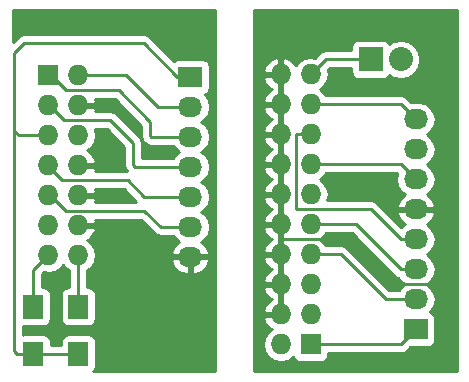
<source format=gbr>
G04 #@! TF.FileFunction,Copper,L1,Top,Signal*
%FSLAX46Y46*%
G04 Gerber Fmt 4.6, Leading zero omitted, Abs format (unit mm)*
G04 Created by KiCad (PCBNEW 4.0.6) date 02/20/18 13:27:19*
%MOMM*%
%LPD*%
G01*
G04 APERTURE LIST*
%ADD10C,0.100000*%
%ADD11R,1.727200X1.727200*%
%ADD12O,1.727200X1.727200*%
%ADD13R,2.032000X1.727200*%
%ADD14O,2.032000X1.727200*%
%ADD15R,1.700000X2.000000*%
%ADD16R,2.032000X2.032000*%
%ADD17O,2.032000X2.032000*%
%ADD18C,0.250000*%
%ADD19C,0.254000*%
G04 APERTURE END LIST*
D10*
D11*
X108730000Y-69220000D03*
D12*
X111270000Y-69220000D03*
X108730000Y-71760000D03*
X111270000Y-71760000D03*
X108730000Y-74300000D03*
X111270000Y-74300000D03*
X108730000Y-76840000D03*
X111270000Y-76840000D03*
X108730000Y-79380000D03*
X111270000Y-79380000D03*
X108730000Y-81920000D03*
X111270000Y-81920000D03*
X108730000Y-84460000D03*
X111270000Y-84460000D03*
D11*
X130936200Y-92009900D03*
D12*
X128396200Y-92009900D03*
X130936200Y-89469900D03*
X128396200Y-89469900D03*
X130936200Y-86929900D03*
X128396200Y-86929900D03*
X130936200Y-84389900D03*
X128396200Y-84389900D03*
X130936200Y-81849900D03*
X128396200Y-81849900D03*
X130936200Y-79309900D03*
X128396200Y-79309900D03*
X130936200Y-76769900D03*
X128396200Y-76769900D03*
X130936200Y-74229900D03*
X128396200Y-74229900D03*
X130936200Y-71689900D03*
X128396200Y-71689900D03*
X130936200Y-69149900D03*
X128396200Y-69149900D03*
D13*
X120744200Y-69357160D03*
D14*
X120744200Y-71897160D03*
X120744200Y-74437160D03*
X120744200Y-76977160D03*
X120744200Y-79517160D03*
X120744200Y-82057160D03*
X120744200Y-84597160D03*
D13*
X139826200Y-90739900D03*
D14*
X139826200Y-88199900D03*
X139826200Y-85659900D03*
X139826200Y-83119900D03*
X139826200Y-80579900D03*
X139826200Y-78039900D03*
X139826200Y-75499900D03*
X139826200Y-72959900D03*
D15*
X107460000Y-88810000D03*
X107460000Y-92810000D03*
X111270000Y-88810000D03*
X111270000Y-92810000D03*
D16*
X136016200Y-67879900D03*
D17*
X138556200Y-67879900D03*
D18*
X136016200Y-67879900D02*
X132206200Y-67879900D01*
X132206200Y-67879900D02*
X130936200Y-69149900D01*
X130936200Y-92009900D02*
X138556200Y-92009900D01*
X138556200Y-92009900D02*
X139826200Y-90739900D01*
X108730000Y-69220000D02*
X108928120Y-69220000D01*
X108928120Y-69220000D02*
X110210820Y-70502700D01*
X110210820Y-70502700D02*
X114681220Y-70502700D01*
X114681220Y-70502700D02*
X117363460Y-73184940D01*
X117363460Y-73184940D02*
X117363460Y-74386360D01*
X117363460Y-74386360D02*
X117414260Y-74437160D01*
X117414260Y-74437160D02*
X120744200Y-74437160D01*
X111270000Y-69220000D02*
X115298440Y-69220000D01*
X117975600Y-71897160D02*
X120744200Y-71897160D01*
X115298440Y-69220000D02*
X117975600Y-71897160D01*
X108730000Y-71760000D02*
X108813820Y-71760000D01*
X108813820Y-71760000D02*
X110071120Y-73017300D01*
X110071120Y-73017300D02*
X113982720Y-73017300D01*
X113982720Y-73017300D02*
X115910580Y-74945160D01*
X115910580Y-74945160D02*
X115910580Y-76817140D01*
X115910580Y-76817140D02*
X116070600Y-76977160D01*
X116070600Y-76977160D02*
X120744200Y-76977160D01*
X107460000Y-92810000D02*
X106050000Y-92810000D01*
X105824240Y-92584240D02*
X105824240Y-73911380D01*
X106050000Y-92810000D02*
X105824240Y-92584240D01*
X108730000Y-74300000D02*
X106212860Y-74300000D01*
X106212860Y-74300000D02*
X105824240Y-73911380D01*
X119654540Y-69357160D02*
X120744200Y-69357160D01*
X116804660Y-66507280D02*
X119654540Y-69357160D01*
X106690380Y-66507280D02*
X116804660Y-66507280D01*
X105824240Y-67373420D02*
X106690380Y-66507280D01*
X105824240Y-73911380D02*
X105824240Y-67373420D01*
X111270000Y-92810000D02*
X107460000Y-92810000D01*
X108730000Y-76840000D02*
X108730000Y-76928900D01*
X108730000Y-76928900D02*
X109903480Y-78102380D01*
X109903480Y-78102380D02*
X115435600Y-78102380D01*
X115435600Y-78102380D02*
X116850380Y-79517160D01*
X116850380Y-79517160D02*
X120744200Y-79517160D01*
X108730000Y-79380000D02*
X108890020Y-79380000D01*
X108890020Y-79380000D02*
X110182880Y-80672860D01*
X110182880Y-80672860D02*
X116860540Y-80672860D01*
X116860540Y-80672860D02*
X118244840Y-82057160D01*
X118244840Y-82057160D02*
X120744200Y-82057160D01*
X108730000Y-84460000D02*
X107460000Y-85730000D01*
X107460000Y-85730000D02*
X107460000Y-88810000D01*
X111270000Y-84460000D02*
X111270000Y-88810000D01*
X139826200Y-80579900D02*
X141096200Y-80579900D01*
X133476200Y-83119900D02*
X128396200Y-83119900D01*
X137286200Y-86929900D02*
X133476200Y-83119900D01*
X142366200Y-86929900D02*
X137286200Y-86929900D01*
X142366200Y-81849900D02*
X142366200Y-86929900D01*
X141096200Y-80579900D02*
X142366200Y-81849900D01*
X128396200Y-81849900D02*
X128396200Y-83119900D01*
X128396200Y-83119900D02*
X128396200Y-84389900D01*
X130936200Y-84389900D02*
X133476200Y-84389900D01*
X137286200Y-88199900D02*
X139826200Y-88199900D01*
X133476200Y-84389900D02*
X137286200Y-88199900D01*
X130936200Y-81849900D02*
X134746200Y-81849900D01*
X138556200Y-85659900D02*
X139826200Y-85659900D01*
X134746200Y-81849900D02*
X138556200Y-85659900D01*
X130936200Y-76769900D02*
X138556200Y-76769900D01*
X138556200Y-76769900D02*
X139826200Y-78039900D01*
X130936200Y-74229900D02*
X129666200Y-74229900D01*
X138556200Y-83119900D02*
X139826200Y-83119900D01*
X136016200Y-80579900D02*
X138556200Y-83119900D01*
X129666200Y-80579900D02*
X136016200Y-80579900D01*
X129666200Y-74229900D02*
X129666200Y-80579900D01*
X130936200Y-71689900D02*
X138556200Y-71689900D01*
X138556200Y-71689900D02*
X139826200Y-72959900D01*
D19*
G36*
X143290000Y-94290000D02*
X126127000Y-94290000D01*
X126127000Y-92009900D01*
X126868241Y-92009900D01*
X126982315Y-92583389D01*
X127307171Y-93069570D01*
X127793352Y-93394426D01*
X128366841Y-93508500D01*
X128425559Y-93508500D01*
X128999048Y-93394426D01*
X129464642Y-93083326D01*
X129469438Y-93108817D01*
X129608510Y-93324941D01*
X129820710Y-93469931D01*
X130072600Y-93520940D01*
X131799800Y-93520940D01*
X132035117Y-93476662D01*
X132251241Y-93337590D01*
X132396231Y-93125390D01*
X132447240Y-92873500D01*
X132447240Y-92769900D01*
X138556200Y-92769900D01*
X138847039Y-92712048D01*
X139093601Y-92547301D01*
X139389962Y-92250940D01*
X140842200Y-92250940D01*
X141077517Y-92206662D01*
X141293641Y-92067590D01*
X141438631Y-91855390D01*
X141489640Y-91603500D01*
X141489640Y-89876300D01*
X141445362Y-89640983D01*
X141306290Y-89424859D01*
X141094090Y-89279869D01*
X141052761Y-89271500D01*
X141070615Y-89259570D01*
X141395471Y-88773389D01*
X141509545Y-88199900D01*
X141395471Y-87626411D01*
X141070615Y-87140230D01*
X140755834Y-86929900D01*
X141070615Y-86719570D01*
X141395471Y-86233389D01*
X141509545Y-85659900D01*
X141395471Y-85086411D01*
X141070615Y-84600230D01*
X140755834Y-84389900D01*
X141070615Y-84179570D01*
X141395471Y-83693389D01*
X141509545Y-83119900D01*
X141395471Y-82546411D01*
X141070615Y-82060230D01*
X140761131Y-81853439D01*
X141176932Y-81481936D01*
X141430909Y-80954691D01*
X141433558Y-80938926D01*
X141312417Y-80706900D01*
X139953200Y-80706900D01*
X139953200Y-80726900D01*
X139699200Y-80726900D01*
X139699200Y-80706900D01*
X138339983Y-80706900D01*
X138218842Y-80938926D01*
X138221491Y-80954691D01*
X138475468Y-81481936D01*
X138891269Y-81853439D01*
X138581785Y-82060230D01*
X138577598Y-82066496D01*
X136553601Y-80042499D01*
X136307039Y-79877752D01*
X136016200Y-79819900D01*
X132362714Y-79819900D01*
X132464159Y-79309900D01*
X132350085Y-78736411D01*
X132025229Y-78250230D01*
X131710448Y-78039900D01*
X132025229Y-77829570D01*
X132225462Y-77529900D01*
X138241398Y-77529900D01*
X138243819Y-77532321D01*
X138142855Y-78039900D01*
X138256929Y-78613389D01*
X138581785Y-79099570D01*
X138891269Y-79306361D01*
X138475468Y-79677864D01*
X138221491Y-80205109D01*
X138218842Y-80220874D01*
X138339983Y-80452900D01*
X139699200Y-80452900D01*
X139699200Y-80432900D01*
X139953200Y-80432900D01*
X139953200Y-80452900D01*
X141312417Y-80452900D01*
X141433558Y-80220874D01*
X141430909Y-80205109D01*
X141176932Y-79677864D01*
X140761131Y-79306361D01*
X141070615Y-79099570D01*
X141395471Y-78613389D01*
X141509545Y-78039900D01*
X141395471Y-77466411D01*
X141070615Y-76980230D01*
X140755834Y-76769900D01*
X141070615Y-76559570D01*
X141395471Y-76073389D01*
X141509545Y-75499900D01*
X141395471Y-74926411D01*
X141070615Y-74440230D01*
X140755834Y-74229900D01*
X141070615Y-74019570D01*
X141395471Y-73533389D01*
X141509545Y-72959900D01*
X141395471Y-72386411D01*
X141070615Y-71900230D01*
X140584434Y-71575374D01*
X140010945Y-71461300D01*
X139641455Y-71461300D01*
X139442063Y-71500961D01*
X139093601Y-71152499D01*
X138847039Y-70987752D01*
X138556200Y-70929900D01*
X132225462Y-70929900D01*
X132025229Y-70630230D01*
X131710448Y-70419900D01*
X132025229Y-70209570D01*
X132350085Y-69723389D01*
X132464159Y-69149900D01*
X132388975Y-68771927D01*
X132521002Y-68639900D01*
X134352760Y-68639900D01*
X134352760Y-68895900D01*
X134397038Y-69131217D01*
X134536110Y-69347341D01*
X134748310Y-69492331D01*
X135000200Y-69543340D01*
X137032200Y-69543340D01*
X137267517Y-69499062D01*
X137483641Y-69359990D01*
X137585398Y-69211063D01*
X137924390Y-69437570D01*
X138556200Y-69563245D01*
X139188010Y-69437570D01*
X139723633Y-69079678D01*
X140081525Y-68544055D01*
X140207200Y-67912245D01*
X140207200Y-67847555D01*
X140081525Y-67215745D01*
X139723633Y-66680122D01*
X139188010Y-66322230D01*
X138556200Y-66196555D01*
X137924390Y-66322230D01*
X137584408Y-66549399D01*
X137496290Y-66412459D01*
X137284090Y-66267469D01*
X137032200Y-66216460D01*
X135000200Y-66216460D01*
X134764883Y-66260738D01*
X134548759Y-66399810D01*
X134403769Y-66612010D01*
X134352760Y-66863900D01*
X134352760Y-67119900D01*
X132206200Y-67119900D01*
X131915360Y-67177752D01*
X131668799Y-67342499D01*
X131294556Y-67716742D01*
X130965559Y-67651300D01*
X130906841Y-67651300D01*
X130333352Y-67765374D01*
X129847171Y-68090230D01*
X129666208Y-68361061D01*
X129284690Y-67943079D01*
X128755227Y-67694932D01*
X128523200Y-67815431D01*
X128523200Y-69022900D01*
X128543200Y-69022900D01*
X128543200Y-69276900D01*
X128523200Y-69276900D01*
X128523200Y-71562900D01*
X128543200Y-71562900D01*
X128543200Y-71816900D01*
X128523200Y-71816900D01*
X128523200Y-74102900D01*
X128543200Y-74102900D01*
X128543200Y-74356900D01*
X128523200Y-74356900D01*
X128523200Y-76642900D01*
X128543200Y-76642900D01*
X128543200Y-76896900D01*
X128523200Y-76896900D01*
X128523200Y-79182900D01*
X128543200Y-79182900D01*
X128543200Y-79436900D01*
X128523200Y-79436900D01*
X128523200Y-81722900D01*
X128543200Y-81722900D01*
X128543200Y-81976900D01*
X128523200Y-81976900D01*
X128523200Y-84262900D01*
X128543200Y-84262900D01*
X128543200Y-84516900D01*
X128523200Y-84516900D01*
X128523200Y-86802900D01*
X128543200Y-86802900D01*
X128543200Y-87056900D01*
X128523200Y-87056900D01*
X128523200Y-89342900D01*
X128543200Y-89342900D01*
X128543200Y-89596900D01*
X128523200Y-89596900D01*
X128523200Y-89616900D01*
X128269200Y-89616900D01*
X128269200Y-89596900D01*
X127062383Y-89596900D01*
X126941242Y-89828926D01*
X127113512Y-90244847D01*
X127507710Y-90676721D01*
X127630428Y-90734236D01*
X127307171Y-90950230D01*
X126982315Y-91436411D01*
X126868241Y-92009900D01*
X126127000Y-92009900D01*
X126127000Y-87288926D01*
X126941242Y-87288926D01*
X127113512Y-87704847D01*
X127507710Y-88136721D01*
X127642513Y-88199900D01*
X127507710Y-88263079D01*
X127113512Y-88694953D01*
X126941242Y-89110874D01*
X127062383Y-89342900D01*
X128269200Y-89342900D01*
X128269200Y-87056900D01*
X127062383Y-87056900D01*
X126941242Y-87288926D01*
X126127000Y-87288926D01*
X126127000Y-84748926D01*
X126941242Y-84748926D01*
X127113512Y-85164847D01*
X127507710Y-85596721D01*
X127642513Y-85659900D01*
X127507710Y-85723079D01*
X127113512Y-86154953D01*
X126941242Y-86570874D01*
X127062383Y-86802900D01*
X128269200Y-86802900D01*
X128269200Y-84516900D01*
X127062383Y-84516900D01*
X126941242Y-84748926D01*
X126127000Y-84748926D01*
X126127000Y-82208926D01*
X126941242Y-82208926D01*
X127113512Y-82624847D01*
X127507710Y-83056721D01*
X127642513Y-83119900D01*
X127507710Y-83183079D01*
X127113512Y-83614953D01*
X126941242Y-84030874D01*
X127062383Y-84262900D01*
X128269200Y-84262900D01*
X128269200Y-81976900D01*
X127062383Y-81976900D01*
X126941242Y-82208926D01*
X126127000Y-82208926D01*
X126127000Y-79668926D01*
X126941242Y-79668926D01*
X127113512Y-80084847D01*
X127507710Y-80516721D01*
X127642513Y-80579900D01*
X127507710Y-80643079D01*
X127113512Y-81074953D01*
X126941242Y-81490874D01*
X127062383Y-81722900D01*
X128269200Y-81722900D01*
X128269200Y-79436900D01*
X127062383Y-79436900D01*
X126941242Y-79668926D01*
X126127000Y-79668926D01*
X126127000Y-77128926D01*
X126941242Y-77128926D01*
X127113512Y-77544847D01*
X127507710Y-77976721D01*
X127642513Y-78039900D01*
X127507710Y-78103079D01*
X127113512Y-78534953D01*
X126941242Y-78950874D01*
X127062383Y-79182900D01*
X128269200Y-79182900D01*
X128269200Y-76896900D01*
X127062383Y-76896900D01*
X126941242Y-77128926D01*
X126127000Y-77128926D01*
X126127000Y-74588926D01*
X126941242Y-74588926D01*
X127113512Y-75004847D01*
X127507710Y-75436721D01*
X127642513Y-75499900D01*
X127507710Y-75563079D01*
X127113512Y-75994953D01*
X126941242Y-76410874D01*
X127062383Y-76642900D01*
X128269200Y-76642900D01*
X128269200Y-74356900D01*
X127062383Y-74356900D01*
X126941242Y-74588926D01*
X126127000Y-74588926D01*
X126127000Y-72048926D01*
X126941242Y-72048926D01*
X127113512Y-72464847D01*
X127507710Y-72896721D01*
X127642513Y-72959900D01*
X127507710Y-73023079D01*
X127113512Y-73454953D01*
X126941242Y-73870874D01*
X127062383Y-74102900D01*
X128269200Y-74102900D01*
X128269200Y-71816900D01*
X127062383Y-71816900D01*
X126941242Y-72048926D01*
X126127000Y-72048926D01*
X126127000Y-69508926D01*
X126941242Y-69508926D01*
X127113512Y-69924847D01*
X127507710Y-70356721D01*
X127642513Y-70419900D01*
X127507710Y-70483079D01*
X127113512Y-70914953D01*
X126941242Y-71330874D01*
X127062383Y-71562900D01*
X128269200Y-71562900D01*
X128269200Y-69276900D01*
X127062383Y-69276900D01*
X126941242Y-69508926D01*
X126127000Y-69508926D01*
X126127000Y-68790874D01*
X126941242Y-68790874D01*
X127062383Y-69022900D01*
X128269200Y-69022900D01*
X128269200Y-67815431D01*
X128037173Y-67694932D01*
X127507710Y-67943079D01*
X127113512Y-68374953D01*
X126941242Y-68790874D01*
X126127000Y-68790874D01*
X126127000Y-63710000D01*
X143290000Y-63710000D01*
X143290000Y-94290000D01*
X143290000Y-94290000D01*
G37*
X143290000Y-94290000D02*
X126127000Y-94290000D01*
X126127000Y-92009900D01*
X126868241Y-92009900D01*
X126982315Y-92583389D01*
X127307171Y-93069570D01*
X127793352Y-93394426D01*
X128366841Y-93508500D01*
X128425559Y-93508500D01*
X128999048Y-93394426D01*
X129464642Y-93083326D01*
X129469438Y-93108817D01*
X129608510Y-93324941D01*
X129820710Y-93469931D01*
X130072600Y-93520940D01*
X131799800Y-93520940D01*
X132035117Y-93476662D01*
X132251241Y-93337590D01*
X132396231Y-93125390D01*
X132447240Y-92873500D01*
X132447240Y-92769900D01*
X138556200Y-92769900D01*
X138847039Y-92712048D01*
X139093601Y-92547301D01*
X139389962Y-92250940D01*
X140842200Y-92250940D01*
X141077517Y-92206662D01*
X141293641Y-92067590D01*
X141438631Y-91855390D01*
X141489640Y-91603500D01*
X141489640Y-89876300D01*
X141445362Y-89640983D01*
X141306290Y-89424859D01*
X141094090Y-89279869D01*
X141052761Y-89271500D01*
X141070615Y-89259570D01*
X141395471Y-88773389D01*
X141509545Y-88199900D01*
X141395471Y-87626411D01*
X141070615Y-87140230D01*
X140755834Y-86929900D01*
X141070615Y-86719570D01*
X141395471Y-86233389D01*
X141509545Y-85659900D01*
X141395471Y-85086411D01*
X141070615Y-84600230D01*
X140755834Y-84389900D01*
X141070615Y-84179570D01*
X141395471Y-83693389D01*
X141509545Y-83119900D01*
X141395471Y-82546411D01*
X141070615Y-82060230D01*
X140761131Y-81853439D01*
X141176932Y-81481936D01*
X141430909Y-80954691D01*
X141433558Y-80938926D01*
X141312417Y-80706900D01*
X139953200Y-80706900D01*
X139953200Y-80726900D01*
X139699200Y-80726900D01*
X139699200Y-80706900D01*
X138339983Y-80706900D01*
X138218842Y-80938926D01*
X138221491Y-80954691D01*
X138475468Y-81481936D01*
X138891269Y-81853439D01*
X138581785Y-82060230D01*
X138577598Y-82066496D01*
X136553601Y-80042499D01*
X136307039Y-79877752D01*
X136016200Y-79819900D01*
X132362714Y-79819900D01*
X132464159Y-79309900D01*
X132350085Y-78736411D01*
X132025229Y-78250230D01*
X131710448Y-78039900D01*
X132025229Y-77829570D01*
X132225462Y-77529900D01*
X138241398Y-77529900D01*
X138243819Y-77532321D01*
X138142855Y-78039900D01*
X138256929Y-78613389D01*
X138581785Y-79099570D01*
X138891269Y-79306361D01*
X138475468Y-79677864D01*
X138221491Y-80205109D01*
X138218842Y-80220874D01*
X138339983Y-80452900D01*
X139699200Y-80452900D01*
X139699200Y-80432900D01*
X139953200Y-80432900D01*
X139953200Y-80452900D01*
X141312417Y-80452900D01*
X141433558Y-80220874D01*
X141430909Y-80205109D01*
X141176932Y-79677864D01*
X140761131Y-79306361D01*
X141070615Y-79099570D01*
X141395471Y-78613389D01*
X141509545Y-78039900D01*
X141395471Y-77466411D01*
X141070615Y-76980230D01*
X140755834Y-76769900D01*
X141070615Y-76559570D01*
X141395471Y-76073389D01*
X141509545Y-75499900D01*
X141395471Y-74926411D01*
X141070615Y-74440230D01*
X140755834Y-74229900D01*
X141070615Y-74019570D01*
X141395471Y-73533389D01*
X141509545Y-72959900D01*
X141395471Y-72386411D01*
X141070615Y-71900230D01*
X140584434Y-71575374D01*
X140010945Y-71461300D01*
X139641455Y-71461300D01*
X139442063Y-71500961D01*
X139093601Y-71152499D01*
X138847039Y-70987752D01*
X138556200Y-70929900D01*
X132225462Y-70929900D01*
X132025229Y-70630230D01*
X131710448Y-70419900D01*
X132025229Y-70209570D01*
X132350085Y-69723389D01*
X132464159Y-69149900D01*
X132388975Y-68771927D01*
X132521002Y-68639900D01*
X134352760Y-68639900D01*
X134352760Y-68895900D01*
X134397038Y-69131217D01*
X134536110Y-69347341D01*
X134748310Y-69492331D01*
X135000200Y-69543340D01*
X137032200Y-69543340D01*
X137267517Y-69499062D01*
X137483641Y-69359990D01*
X137585398Y-69211063D01*
X137924390Y-69437570D01*
X138556200Y-69563245D01*
X139188010Y-69437570D01*
X139723633Y-69079678D01*
X140081525Y-68544055D01*
X140207200Y-67912245D01*
X140207200Y-67847555D01*
X140081525Y-67215745D01*
X139723633Y-66680122D01*
X139188010Y-66322230D01*
X138556200Y-66196555D01*
X137924390Y-66322230D01*
X137584408Y-66549399D01*
X137496290Y-66412459D01*
X137284090Y-66267469D01*
X137032200Y-66216460D01*
X135000200Y-66216460D01*
X134764883Y-66260738D01*
X134548759Y-66399810D01*
X134403769Y-66612010D01*
X134352760Y-66863900D01*
X134352760Y-67119900D01*
X132206200Y-67119900D01*
X131915360Y-67177752D01*
X131668799Y-67342499D01*
X131294556Y-67716742D01*
X130965559Y-67651300D01*
X130906841Y-67651300D01*
X130333352Y-67765374D01*
X129847171Y-68090230D01*
X129666208Y-68361061D01*
X129284690Y-67943079D01*
X128755227Y-67694932D01*
X128523200Y-67815431D01*
X128523200Y-69022900D01*
X128543200Y-69022900D01*
X128543200Y-69276900D01*
X128523200Y-69276900D01*
X128523200Y-71562900D01*
X128543200Y-71562900D01*
X128543200Y-71816900D01*
X128523200Y-71816900D01*
X128523200Y-74102900D01*
X128543200Y-74102900D01*
X128543200Y-74356900D01*
X128523200Y-74356900D01*
X128523200Y-76642900D01*
X128543200Y-76642900D01*
X128543200Y-76896900D01*
X128523200Y-76896900D01*
X128523200Y-79182900D01*
X128543200Y-79182900D01*
X128543200Y-79436900D01*
X128523200Y-79436900D01*
X128523200Y-81722900D01*
X128543200Y-81722900D01*
X128543200Y-81976900D01*
X128523200Y-81976900D01*
X128523200Y-84262900D01*
X128543200Y-84262900D01*
X128543200Y-84516900D01*
X128523200Y-84516900D01*
X128523200Y-86802900D01*
X128543200Y-86802900D01*
X128543200Y-87056900D01*
X128523200Y-87056900D01*
X128523200Y-89342900D01*
X128543200Y-89342900D01*
X128543200Y-89596900D01*
X128523200Y-89596900D01*
X128523200Y-89616900D01*
X128269200Y-89616900D01*
X128269200Y-89596900D01*
X127062383Y-89596900D01*
X126941242Y-89828926D01*
X127113512Y-90244847D01*
X127507710Y-90676721D01*
X127630428Y-90734236D01*
X127307171Y-90950230D01*
X126982315Y-91436411D01*
X126868241Y-92009900D01*
X126127000Y-92009900D01*
X126127000Y-87288926D01*
X126941242Y-87288926D01*
X127113512Y-87704847D01*
X127507710Y-88136721D01*
X127642513Y-88199900D01*
X127507710Y-88263079D01*
X127113512Y-88694953D01*
X126941242Y-89110874D01*
X127062383Y-89342900D01*
X128269200Y-89342900D01*
X128269200Y-87056900D01*
X127062383Y-87056900D01*
X126941242Y-87288926D01*
X126127000Y-87288926D01*
X126127000Y-84748926D01*
X126941242Y-84748926D01*
X127113512Y-85164847D01*
X127507710Y-85596721D01*
X127642513Y-85659900D01*
X127507710Y-85723079D01*
X127113512Y-86154953D01*
X126941242Y-86570874D01*
X127062383Y-86802900D01*
X128269200Y-86802900D01*
X128269200Y-84516900D01*
X127062383Y-84516900D01*
X126941242Y-84748926D01*
X126127000Y-84748926D01*
X126127000Y-82208926D01*
X126941242Y-82208926D01*
X127113512Y-82624847D01*
X127507710Y-83056721D01*
X127642513Y-83119900D01*
X127507710Y-83183079D01*
X127113512Y-83614953D01*
X126941242Y-84030874D01*
X127062383Y-84262900D01*
X128269200Y-84262900D01*
X128269200Y-81976900D01*
X127062383Y-81976900D01*
X126941242Y-82208926D01*
X126127000Y-82208926D01*
X126127000Y-79668926D01*
X126941242Y-79668926D01*
X127113512Y-80084847D01*
X127507710Y-80516721D01*
X127642513Y-80579900D01*
X127507710Y-80643079D01*
X127113512Y-81074953D01*
X126941242Y-81490874D01*
X127062383Y-81722900D01*
X128269200Y-81722900D01*
X128269200Y-79436900D01*
X127062383Y-79436900D01*
X126941242Y-79668926D01*
X126127000Y-79668926D01*
X126127000Y-77128926D01*
X126941242Y-77128926D01*
X127113512Y-77544847D01*
X127507710Y-77976721D01*
X127642513Y-78039900D01*
X127507710Y-78103079D01*
X127113512Y-78534953D01*
X126941242Y-78950874D01*
X127062383Y-79182900D01*
X128269200Y-79182900D01*
X128269200Y-76896900D01*
X127062383Y-76896900D01*
X126941242Y-77128926D01*
X126127000Y-77128926D01*
X126127000Y-74588926D01*
X126941242Y-74588926D01*
X127113512Y-75004847D01*
X127507710Y-75436721D01*
X127642513Y-75499900D01*
X127507710Y-75563079D01*
X127113512Y-75994953D01*
X126941242Y-76410874D01*
X127062383Y-76642900D01*
X128269200Y-76642900D01*
X128269200Y-74356900D01*
X127062383Y-74356900D01*
X126941242Y-74588926D01*
X126127000Y-74588926D01*
X126127000Y-72048926D01*
X126941242Y-72048926D01*
X127113512Y-72464847D01*
X127507710Y-72896721D01*
X127642513Y-72959900D01*
X127507710Y-73023079D01*
X127113512Y-73454953D01*
X126941242Y-73870874D01*
X127062383Y-74102900D01*
X128269200Y-74102900D01*
X128269200Y-71816900D01*
X127062383Y-71816900D01*
X126941242Y-72048926D01*
X126127000Y-72048926D01*
X126127000Y-69508926D01*
X126941242Y-69508926D01*
X127113512Y-69924847D01*
X127507710Y-70356721D01*
X127642513Y-70419900D01*
X127507710Y-70483079D01*
X127113512Y-70914953D01*
X126941242Y-71330874D01*
X127062383Y-71562900D01*
X128269200Y-71562900D01*
X128269200Y-69276900D01*
X127062383Y-69276900D01*
X126941242Y-69508926D01*
X126127000Y-69508926D01*
X126127000Y-68790874D01*
X126941242Y-68790874D01*
X127062383Y-69022900D01*
X128269200Y-69022900D01*
X128269200Y-67815431D01*
X128037173Y-67694932D01*
X127507710Y-67943079D01*
X127113512Y-68374953D01*
X126941242Y-68790874D01*
X126127000Y-68790874D01*
X126127000Y-63710000D01*
X143290000Y-63710000D01*
X143290000Y-94290000D01*
G36*
X138018799Y-86197301D02*
X138265361Y-86362048D01*
X138354781Y-86379835D01*
X138581785Y-86719570D01*
X138896566Y-86929900D01*
X138581785Y-87140230D01*
X138381552Y-87439900D01*
X137601002Y-87439900D01*
X134013601Y-83852499D01*
X133767039Y-83687752D01*
X133476200Y-83629900D01*
X132225462Y-83629900D01*
X132025229Y-83330230D01*
X131710448Y-83119900D01*
X132025229Y-82909570D01*
X132225462Y-82609900D01*
X134431398Y-82609900D01*
X138018799Y-86197301D01*
X138018799Y-86197301D01*
G37*
X138018799Y-86197301D02*
X138265361Y-86362048D01*
X138354781Y-86379835D01*
X138581785Y-86719570D01*
X138896566Y-86929900D01*
X138581785Y-87140230D01*
X138381552Y-87439900D01*
X137601002Y-87439900D01*
X134013601Y-83852499D01*
X133767039Y-83687752D01*
X133476200Y-83629900D01*
X132225462Y-83629900D01*
X132025229Y-83330230D01*
X131710448Y-83119900D01*
X132025229Y-82909570D01*
X132225462Y-82609900D01*
X134431398Y-82609900D01*
X138018799Y-86197301D01*
G36*
X122873000Y-94290000D02*
X112546716Y-94290000D01*
X112571441Y-94274090D01*
X112716431Y-94061890D01*
X112767440Y-93810000D01*
X112767440Y-91810000D01*
X112723162Y-91574683D01*
X112584090Y-91358559D01*
X112371890Y-91213569D01*
X112120000Y-91162560D01*
X110420000Y-91162560D01*
X110184683Y-91206838D01*
X109968559Y-91345910D01*
X109823569Y-91558110D01*
X109772560Y-91810000D01*
X109772560Y-92050000D01*
X108957440Y-92050000D01*
X108957440Y-91810000D01*
X108913162Y-91574683D01*
X108774090Y-91358559D01*
X108561890Y-91213569D01*
X108310000Y-91162560D01*
X106610000Y-91162560D01*
X106584240Y-91167407D01*
X106584240Y-90452223D01*
X106610000Y-90457440D01*
X108310000Y-90457440D01*
X108545317Y-90413162D01*
X108761441Y-90274090D01*
X108906431Y-90061890D01*
X108957440Y-89810000D01*
X108957440Y-87810000D01*
X108913162Y-87574683D01*
X108774090Y-87358559D01*
X108561890Y-87213569D01*
X108310000Y-87162560D01*
X108220000Y-87162560D01*
X108220000Y-86044802D01*
X108371644Y-85893158D01*
X108700641Y-85958600D01*
X108759359Y-85958600D01*
X109332848Y-85844526D01*
X109819029Y-85519670D01*
X110000000Y-85248828D01*
X110180971Y-85519670D01*
X110510000Y-85739520D01*
X110510000Y-87162560D01*
X110420000Y-87162560D01*
X110184683Y-87206838D01*
X109968559Y-87345910D01*
X109823569Y-87558110D01*
X109772560Y-87810000D01*
X109772560Y-89810000D01*
X109816838Y-90045317D01*
X109955910Y-90261441D01*
X110168110Y-90406431D01*
X110420000Y-90457440D01*
X112120000Y-90457440D01*
X112355317Y-90413162D01*
X112571441Y-90274090D01*
X112716431Y-90061890D01*
X112767440Y-89810000D01*
X112767440Y-87810000D01*
X112723162Y-87574683D01*
X112584090Y-87358559D01*
X112371890Y-87213569D01*
X112120000Y-87162560D01*
X112030000Y-87162560D01*
X112030000Y-85739520D01*
X112359029Y-85519670D01*
X112683885Y-85033489D01*
X112699261Y-84956186D01*
X119136842Y-84956186D01*
X119139491Y-84971951D01*
X119393468Y-85499196D01*
X119829880Y-85889114D01*
X120382287Y-86082344D01*
X120617200Y-85938084D01*
X120617200Y-84724160D01*
X120871200Y-84724160D01*
X120871200Y-85938084D01*
X121106113Y-86082344D01*
X121658520Y-85889114D01*
X122094932Y-85499196D01*
X122348909Y-84971951D01*
X122351558Y-84956186D01*
X122230417Y-84724160D01*
X120871200Y-84724160D01*
X120617200Y-84724160D01*
X119257983Y-84724160D01*
X119136842Y-84956186D01*
X112699261Y-84956186D01*
X112797959Y-84460000D01*
X112683885Y-83886511D01*
X112359029Y-83400330D01*
X112035772Y-83184336D01*
X112158490Y-83126821D01*
X112552688Y-82694947D01*
X112724958Y-82279026D01*
X112603817Y-82047000D01*
X111397000Y-82047000D01*
X111397000Y-82067000D01*
X111143000Y-82067000D01*
X111143000Y-82047000D01*
X111123000Y-82047000D01*
X111123000Y-81793000D01*
X111143000Y-81793000D01*
X111143000Y-81773000D01*
X111397000Y-81773000D01*
X111397000Y-81793000D01*
X112603817Y-81793000D01*
X112724958Y-81560974D01*
X112671895Y-81432860D01*
X116545738Y-81432860D01*
X117707439Y-82594561D01*
X117954001Y-82759308D01*
X118244840Y-82817160D01*
X119299552Y-82817160D01*
X119499785Y-83116830D01*
X119809269Y-83323621D01*
X119393468Y-83695124D01*
X119139491Y-84222369D01*
X119136842Y-84238134D01*
X119257983Y-84470160D01*
X120617200Y-84470160D01*
X120617200Y-84450160D01*
X120871200Y-84450160D01*
X120871200Y-84470160D01*
X122230417Y-84470160D01*
X122351558Y-84238134D01*
X122348909Y-84222369D01*
X122094932Y-83695124D01*
X121679131Y-83323621D01*
X121988615Y-83116830D01*
X122313471Y-82630649D01*
X122427545Y-82057160D01*
X122313471Y-81483671D01*
X121988615Y-80997490D01*
X121673834Y-80787160D01*
X121988615Y-80576830D01*
X122313471Y-80090649D01*
X122427545Y-79517160D01*
X122313471Y-78943671D01*
X121988615Y-78457490D01*
X121673834Y-78247160D01*
X121988615Y-78036830D01*
X122313471Y-77550649D01*
X122427545Y-76977160D01*
X122313471Y-76403671D01*
X121988615Y-75917490D01*
X121673834Y-75707160D01*
X121988615Y-75496830D01*
X122313471Y-75010649D01*
X122427545Y-74437160D01*
X122313471Y-73863671D01*
X121988615Y-73377490D01*
X121673834Y-73167160D01*
X121988615Y-72956830D01*
X122313471Y-72470649D01*
X122427545Y-71897160D01*
X122313471Y-71323671D01*
X121988615Y-70837490D01*
X121974287Y-70827917D01*
X121995517Y-70823922D01*
X122211641Y-70684850D01*
X122356631Y-70472650D01*
X122407640Y-70220760D01*
X122407640Y-68493560D01*
X122363362Y-68258243D01*
X122224290Y-68042119D01*
X122012090Y-67897129D01*
X121760200Y-67846120D01*
X119728200Y-67846120D01*
X119492883Y-67890398D01*
X119352752Y-67980570D01*
X117342061Y-65969879D01*
X117095499Y-65805132D01*
X116804660Y-65747280D01*
X106690380Y-65747280D01*
X106399541Y-65805132D01*
X106152979Y-65969879D01*
X105710000Y-66412858D01*
X105710000Y-63710000D01*
X122873000Y-63710000D01*
X122873000Y-94290000D01*
X122873000Y-94290000D01*
G37*
X122873000Y-94290000D02*
X112546716Y-94290000D01*
X112571441Y-94274090D01*
X112716431Y-94061890D01*
X112767440Y-93810000D01*
X112767440Y-91810000D01*
X112723162Y-91574683D01*
X112584090Y-91358559D01*
X112371890Y-91213569D01*
X112120000Y-91162560D01*
X110420000Y-91162560D01*
X110184683Y-91206838D01*
X109968559Y-91345910D01*
X109823569Y-91558110D01*
X109772560Y-91810000D01*
X109772560Y-92050000D01*
X108957440Y-92050000D01*
X108957440Y-91810000D01*
X108913162Y-91574683D01*
X108774090Y-91358559D01*
X108561890Y-91213569D01*
X108310000Y-91162560D01*
X106610000Y-91162560D01*
X106584240Y-91167407D01*
X106584240Y-90452223D01*
X106610000Y-90457440D01*
X108310000Y-90457440D01*
X108545317Y-90413162D01*
X108761441Y-90274090D01*
X108906431Y-90061890D01*
X108957440Y-89810000D01*
X108957440Y-87810000D01*
X108913162Y-87574683D01*
X108774090Y-87358559D01*
X108561890Y-87213569D01*
X108310000Y-87162560D01*
X108220000Y-87162560D01*
X108220000Y-86044802D01*
X108371644Y-85893158D01*
X108700641Y-85958600D01*
X108759359Y-85958600D01*
X109332848Y-85844526D01*
X109819029Y-85519670D01*
X110000000Y-85248828D01*
X110180971Y-85519670D01*
X110510000Y-85739520D01*
X110510000Y-87162560D01*
X110420000Y-87162560D01*
X110184683Y-87206838D01*
X109968559Y-87345910D01*
X109823569Y-87558110D01*
X109772560Y-87810000D01*
X109772560Y-89810000D01*
X109816838Y-90045317D01*
X109955910Y-90261441D01*
X110168110Y-90406431D01*
X110420000Y-90457440D01*
X112120000Y-90457440D01*
X112355317Y-90413162D01*
X112571441Y-90274090D01*
X112716431Y-90061890D01*
X112767440Y-89810000D01*
X112767440Y-87810000D01*
X112723162Y-87574683D01*
X112584090Y-87358559D01*
X112371890Y-87213569D01*
X112120000Y-87162560D01*
X112030000Y-87162560D01*
X112030000Y-85739520D01*
X112359029Y-85519670D01*
X112683885Y-85033489D01*
X112699261Y-84956186D01*
X119136842Y-84956186D01*
X119139491Y-84971951D01*
X119393468Y-85499196D01*
X119829880Y-85889114D01*
X120382287Y-86082344D01*
X120617200Y-85938084D01*
X120617200Y-84724160D01*
X120871200Y-84724160D01*
X120871200Y-85938084D01*
X121106113Y-86082344D01*
X121658520Y-85889114D01*
X122094932Y-85499196D01*
X122348909Y-84971951D01*
X122351558Y-84956186D01*
X122230417Y-84724160D01*
X120871200Y-84724160D01*
X120617200Y-84724160D01*
X119257983Y-84724160D01*
X119136842Y-84956186D01*
X112699261Y-84956186D01*
X112797959Y-84460000D01*
X112683885Y-83886511D01*
X112359029Y-83400330D01*
X112035772Y-83184336D01*
X112158490Y-83126821D01*
X112552688Y-82694947D01*
X112724958Y-82279026D01*
X112603817Y-82047000D01*
X111397000Y-82047000D01*
X111397000Y-82067000D01*
X111143000Y-82067000D01*
X111143000Y-82047000D01*
X111123000Y-82047000D01*
X111123000Y-81793000D01*
X111143000Y-81793000D01*
X111143000Y-81773000D01*
X111397000Y-81773000D01*
X111397000Y-81793000D01*
X112603817Y-81793000D01*
X112724958Y-81560974D01*
X112671895Y-81432860D01*
X116545738Y-81432860D01*
X117707439Y-82594561D01*
X117954001Y-82759308D01*
X118244840Y-82817160D01*
X119299552Y-82817160D01*
X119499785Y-83116830D01*
X119809269Y-83323621D01*
X119393468Y-83695124D01*
X119139491Y-84222369D01*
X119136842Y-84238134D01*
X119257983Y-84470160D01*
X120617200Y-84470160D01*
X120617200Y-84450160D01*
X120871200Y-84450160D01*
X120871200Y-84470160D01*
X122230417Y-84470160D01*
X122351558Y-84238134D01*
X122348909Y-84222369D01*
X122094932Y-83695124D01*
X121679131Y-83323621D01*
X121988615Y-83116830D01*
X122313471Y-82630649D01*
X122427545Y-82057160D01*
X122313471Y-81483671D01*
X121988615Y-80997490D01*
X121673834Y-80787160D01*
X121988615Y-80576830D01*
X122313471Y-80090649D01*
X122427545Y-79517160D01*
X122313471Y-78943671D01*
X121988615Y-78457490D01*
X121673834Y-78247160D01*
X121988615Y-78036830D01*
X122313471Y-77550649D01*
X122427545Y-76977160D01*
X122313471Y-76403671D01*
X121988615Y-75917490D01*
X121673834Y-75707160D01*
X121988615Y-75496830D01*
X122313471Y-75010649D01*
X122427545Y-74437160D01*
X122313471Y-73863671D01*
X121988615Y-73377490D01*
X121673834Y-73167160D01*
X121988615Y-72956830D01*
X122313471Y-72470649D01*
X122427545Y-71897160D01*
X122313471Y-71323671D01*
X121988615Y-70837490D01*
X121974287Y-70827917D01*
X121995517Y-70823922D01*
X122211641Y-70684850D01*
X122356631Y-70472650D01*
X122407640Y-70220760D01*
X122407640Y-68493560D01*
X122363362Y-68258243D01*
X122224290Y-68042119D01*
X122012090Y-67897129D01*
X121760200Y-67846120D01*
X119728200Y-67846120D01*
X119492883Y-67890398D01*
X119352752Y-67980570D01*
X117342061Y-65969879D01*
X117095499Y-65805132D01*
X116804660Y-65747280D01*
X106690380Y-65747280D01*
X106399541Y-65805132D01*
X106152979Y-65969879D01*
X105710000Y-66412858D01*
X105710000Y-63710000D01*
X122873000Y-63710000D01*
X122873000Y-94290000D01*
G36*
X116171278Y-79912860D02*
X112652958Y-79912860D01*
X112724958Y-79739026D01*
X112603817Y-79507000D01*
X111397000Y-79507000D01*
X111397000Y-79527000D01*
X111143000Y-79527000D01*
X111143000Y-79507000D01*
X111123000Y-79507000D01*
X111123000Y-79253000D01*
X111143000Y-79253000D01*
X111143000Y-79233000D01*
X111397000Y-79233000D01*
X111397000Y-79253000D01*
X112603817Y-79253000D01*
X112724958Y-79020974D01*
X112659270Y-78862380D01*
X115120798Y-78862380D01*
X116171278Y-79912860D01*
X116171278Y-79912860D01*
G37*
X116171278Y-79912860D02*
X112652958Y-79912860D01*
X112724958Y-79739026D01*
X112603817Y-79507000D01*
X111397000Y-79507000D01*
X111397000Y-79527000D01*
X111143000Y-79527000D01*
X111143000Y-79507000D01*
X111123000Y-79507000D01*
X111123000Y-79253000D01*
X111143000Y-79253000D01*
X111143000Y-79233000D01*
X111397000Y-79233000D01*
X111397000Y-79253000D01*
X112603817Y-79253000D01*
X112724958Y-79020974D01*
X112659270Y-78862380D01*
X115120798Y-78862380D01*
X116171278Y-79912860D01*
G36*
X115150580Y-75259962D02*
X115150580Y-76817140D01*
X115208432Y-77107979D01*
X115365053Y-77342380D01*
X112665582Y-77342380D01*
X112724958Y-77199026D01*
X112603817Y-76967000D01*
X111397000Y-76967000D01*
X111397000Y-76987000D01*
X111143000Y-76987000D01*
X111143000Y-76967000D01*
X111123000Y-76967000D01*
X111123000Y-76713000D01*
X111143000Y-76713000D01*
X111143000Y-76693000D01*
X111397000Y-76693000D01*
X111397000Y-76713000D01*
X112603817Y-76713000D01*
X112724958Y-76480974D01*
X112552688Y-76065053D01*
X112158490Y-75633179D01*
X112035772Y-75575664D01*
X112359029Y-75359670D01*
X112683885Y-74873489D01*
X112797959Y-74300000D01*
X112693988Y-73777300D01*
X113667918Y-73777300D01*
X115150580Y-75259962D01*
X115150580Y-75259962D01*
G37*
X115150580Y-75259962D02*
X115150580Y-76817140D01*
X115208432Y-77107979D01*
X115365053Y-77342380D01*
X112665582Y-77342380D01*
X112724958Y-77199026D01*
X112603817Y-76967000D01*
X111397000Y-76967000D01*
X111397000Y-76987000D01*
X111143000Y-76987000D01*
X111143000Y-76967000D01*
X111123000Y-76967000D01*
X111123000Y-76713000D01*
X111143000Y-76713000D01*
X111143000Y-76693000D01*
X111397000Y-76693000D01*
X111397000Y-76713000D01*
X112603817Y-76713000D01*
X112724958Y-76480974D01*
X112552688Y-76065053D01*
X112158490Y-75633179D01*
X112035772Y-75575664D01*
X112359029Y-75359670D01*
X112683885Y-74873489D01*
X112797959Y-74300000D01*
X112693988Y-73777300D01*
X113667918Y-73777300D01*
X115150580Y-75259962D01*
G36*
X116603460Y-73499742D02*
X116603460Y-74386360D01*
X116661312Y-74677199D01*
X116826059Y-74923761D01*
X116876859Y-74974561D01*
X117123421Y-75139308D01*
X117414260Y-75197160D01*
X119299552Y-75197160D01*
X119499785Y-75496830D01*
X119814566Y-75707160D01*
X119499785Y-75917490D01*
X119299552Y-76217160D01*
X116670580Y-76217160D01*
X116670580Y-74945160D01*
X116612728Y-74654321D01*
X116447981Y-74407759D01*
X114520121Y-72479899D01*
X114273559Y-72315152D01*
X113982720Y-72257300D01*
X112667686Y-72257300D01*
X112724958Y-72119026D01*
X112603817Y-71887000D01*
X111397000Y-71887000D01*
X111397000Y-71907000D01*
X111143000Y-71907000D01*
X111143000Y-71887000D01*
X111123000Y-71887000D01*
X111123000Y-71633000D01*
X111143000Y-71633000D01*
X111143000Y-71613000D01*
X111397000Y-71613000D01*
X111397000Y-71633000D01*
X112603817Y-71633000D01*
X112724958Y-71400974D01*
X112667686Y-71262700D01*
X114366418Y-71262700D01*
X116603460Y-73499742D01*
X116603460Y-73499742D01*
G37*
X116603460Y-73499742D02*
X116603460Y-74386360D01*
X116661312Y-74677199D01*
X116826059Y-74923761D01*
X116876859Y-74974561D01*
X117123421Y-75139308D01*
X117414260Y-75197160D01*
X119299552Y-75197160D01*
X119499785Y-75496830D01*
X119814566Y-75707160D01*
X119499785Y-75917490D01*
X119299552Y-76217160D01*
X116670580Y-76217160D01*
X116670580Y-74945160D01*
X116612728Y-74654321D01*
X116447981Y-74407759D01*
X114520121Y-72479899D01*
X114273559Y-72315152D01*
X113982720Y-72257300D01*
X112667686Y-72257300D01*
X112724958Y-72119026D01*
X112603817Y-71887000D01*
X111397000Y-71887000D01*
X111397000Y-71907000D01*
X111143000Y-71907000D01*
X111143000Y-71887000D01*
X111123000Y-71887000D01*
X111123000Y-71633000D01*
X111143000Y-71633000D01*
X111143000Y-71613000D01*
X111397000Y-71613000D01*
X111397000Y-71633000D01*
X112603817Y-71633000D01*
X112724958Y-71400974D01*
X112667686Y-71262700D01*
X114366418Y-71262700D01*
X116603460Y-73499742D01*
M02*

</source>
